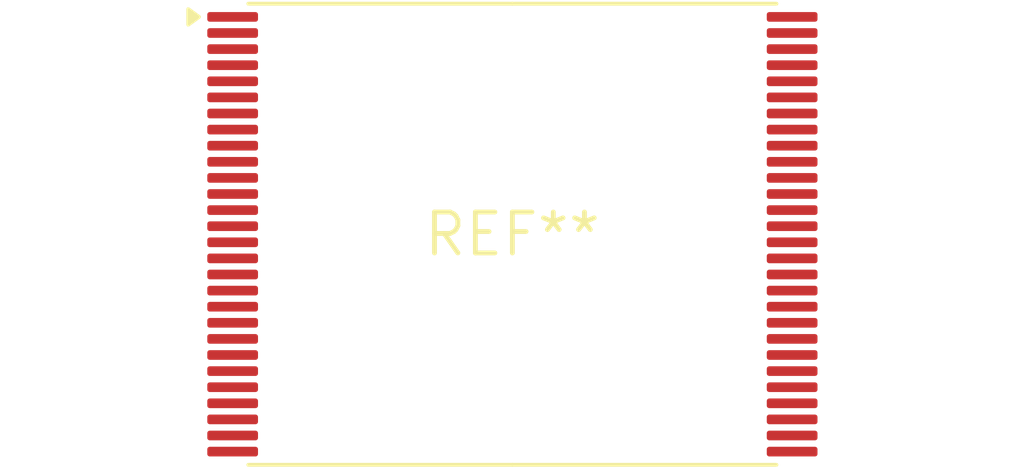
<source format=kicad_pcb>
(kicad_pcb (version 20240108) (generator pcbnew)
  (layers (0 "F.Cu" signal) (31 "B.Cu" signal) (34 "B.Paste" user) (35 "F.Paste" user) (36 "B.SilkS" user "B.Silkscreen") (37 "F.SilkS" user "F.Silkscreen") (38 "B.Mask" user) (39 "F.Mask" user) (44 "Edge.Cuts" user))
  (net 0 "")
  (footprint "TSOP-I-56_16.4x14mm_P0.5mm" (layer "F.Cu") (at 0 0)
    (property "Reference" "REF**")
    (property "Value" "TSOP-I-56_16.4x14mm_P0.5mm")
    (fp_line (start 0 -7.16) (end -8.2 -7.16) (layer "F.SilkS") (stroke (width 0.12)))
    (fp_line (start 0 -7.16) (end 8.2 -7.16) (layer "F.SilkS") (stroke (width 0.12)))
    (fp_line (start 0 7.16) (end -8.2 7.16) (layer "F.SilkS") (stroke (width 0.12)))
    (fp_line (start 0 7.16) (end 8.2 7.16) (layer "F.SilkS") (stroke (width 0.12)))
    (fp_poly (pts (xy -9.735 -6.75) (xy -10.065 -6.99) (xy -10.065 -6.51) (xy -9.735 -6.75)) (layer "F.SilkS") (stroke (width 0.12)) (fill solid))
    (pad "1" smd roundrect (at -8.6875 -6.75) (size 1.575 0.3) (layers "F.Cu" "F.Paste" "F.Mask"))
    (pad "2" smd roundrect (at -8.6875 -6.25) (size 1.575 0.3) (layers "F.Cu" "F.Paste" "F.Mask"))
    (pad "3" smd roundrect (at -8.6875 -5.75) (size 1.575 0.3) (layers "F.Cu" "F.Paste" "F.Mask"))
    (pad "4" smd roundrect (at -8.6875 -5.25) (size 1.575 0.3) (layers "F.Cu" "F.Paste" "F.Mask"))
    (pad "5" smd roundrect (at -8.6875 -4.75) (size 1.575 0.3) (layers "F.Cu" "F.Paste" "F.Mask"))
    (pad "6" smd roundrect (at -8.6875 -4.25) (size 1.575 0.3) (layers "F.Cu" "F.Paste" "F.Mask"))
    (pad "7" smd roundrect (at -8.6875 -3.75) (size 1.575 0.3) (layers "F.Cu" "F.Paste" "F.Mask"))
    (pad "8" smd roundrect (at -8.6875 -3.25) (size 1.575 0.3) (layers "F.Cu" "F.Paste" "F.Mask"))
    (pad "9" smd roundrect (at -8.6875 -2.75) (size 1.575 0.3) (layers "F.Cu" "F.Paste" "F.Mask"))
    (pad "10" smd roundrect (at -8.6875 -2.25) (size 1.575 0.3) (layers "F.Cu" "F.Paste" "F.Mask"))
    (pad "11" smd roundrect (at -8.6875 -1.75) (size 1.575 0.3) (layers "F.Cu" "F.Paste" "F.Mask"))
    (pad "12" smd roundrect (at -8.6875 -1.25) (size 1.575 0.3) (layers "F.Cu" "F.Paste" "F.Mask"))
    (pad "13" smd roundrect (at -8.6875 -0.75) (size 1.575 0.3) (layers "F.Cu" "F.Paste" "F.Mask"))
    (pad "14" smd roundrect (at -8.6875 -0.25) (size 1.575 0.3) (layers "F.Cu" "F.Paste" "F.Mask"))
    (pad "15" smd roundrect (at -8.6875 0.25) (size 1.575 0.3) (layers "F.Cu" "F.Paste" "F.Mask"))
    (pad "16" smd roundrect (at -8.6875 0.75) (size 1.575 0.3) (layers "F.Cu" "F.Paste" "F.Mask"))
    (pad "17" smd roundrect (at -8.6875 1.25) (size 1.575 0.3) (layers "F.Cu" "F.Paste" "F.Mask"))
    (pad "18" smd roundrect (at -8.6875 1.75) (size 1.575 0.3) (layers "F.Cu" "F.Paste" "F.Mask"))
    (pad "19" smd roundrect (at -8.6875 2.25) (size 1.575 0.3) (layers "F.Cu" "F.Paste" "F.Mask"))
    (pad "20" smd roundrect (at -8.6875 2.75) (size 1.575 0.3) (layers "F.Cu" "F.Paste" "F.Mask"))
    (pad "21" smd roundrect (at -8.6875 3.25) (size 1.575 0.3) (layers "F.Cu" "F.Paste" "F.Mask"))
    (pad "22" smd roundrect (at -8.6875 3.75) (size 1.575 0.3) (layers "F.Cu" "F.Paste" "F.Mask"))
    (pad "23" smd roundrect (at -8.6875 4.25) (size 1.575 0.3) (layers "F.Cu" "F.Paste" "F.Mask"))
    (pad "24" smd roundrect (at -8.6875 4.75) (size 1.575 0.3) (layers "F.Cu" "F.Paste" "F.Mask"))
    (pad "25" smd roundrect (at -8.6875 5.25) (size 1.575 0.3) (layers "F.Cu" "F.Paste" "F.Mask"))
    (pad "26" smd roundrect (at -8.6875 5.75) (size 1.575 0.3) (layers "F.Cu" "F.Paste" "F.Mask"))
    (pad "27" smd roundrect (at -8.6875 6.25) (size 1.575 0.3) (layers "F.Cu" "F.Paste" "F.Mask"))
    (pad "28" smd roundrect (at -8.6875 6.75) (size 1.575 0.3) (layers "F.Cu" "F.Paste" "F.Mask"))
    (pad "29" smd roundrect (at 8.6875 6.75) (size 1.575 0.3) (layers "F.Cu" "F.Paste" "F.Mask"))
    (pad "30" smd roundrect (at 8.6875 6.25) (size 1.575 0.3) (layers "F.Cu" "F.Paste" "F.Mask"))
    (pad "31" smd roundrect (at 8.6875 5.75) (size 1.575 0.3) (layers "F.Cu" "F.Paste" "F.Mask"))
    (pad "32" smd roundrect (at 8.6875 5.25) (size 1.575 0.3) (layers "F.Cu" "F.Paste" "F.Mask"))
    (pad "33" smd roundrect (at 8.6875 4.75) (size 1.575 0.3) (layers "F.Cu" "F.Paste" "F.Mask"))
    (pad "34" smd roundrect (at 8.6875 4.25) (size 1.575 0.3) (layers "F.Cu" "F.Paste" "F.Mask"))
    (pad "35" smd roundrect (at 8.6875 3.75) (size 1.575 0.3) (layers "F.Cu" "F.Paste" "F.Mask"))
    (pad "36" smd roundrect (at 8.6875 3.25) (size 1.575 0.3) (layers "F.Cu" "F.Paste" "F.Mask"))
    (pad "37" smd roundrect (at 8.6875 2.75) (size 1.575 0.3) (layers "F.Cu" "F.Paste" "F.Mask"))
    (pad "38" smd roundrect (at 8.6875 2.25) (size 1.575 0.3) (layers "F.Cu" "F.Paste" "F.Mask"))
    (pad "39" smd roundrect (at 8.6875 1.75) (size 1.575 0.3) (layers "F.Cu" "F.Paste" "F.Mask"))
    (pad "40" smd roundrect (at 8.6875 1.25) (size 1.575 0.3) (layers "F.Cu" "F.Paste" "F.Mask"))
    (pad "41" smd roundrect (at 8.6875 0.75) (size 1.575 0.3) (layers "F.Cu" "F.Paste" "F.Mask"))
    (pad "42" smd roundrect (at 8.6875 0.25) (size 1.575 0.3) (layers "F.Cu" "F.Paste" "F.Mask"))
    (pad "43" smd roundrect (at 8.6875 -0.25) (size 1.575 0.3) (layers "F.Cu" "F.Paste" "F.Mask"))
    (pad "44" smd roundrect (at 8.6875 -0.75) (size 1.575 0.3) (layers "F.Cu" "F.Paste" "F.Mask"))
    (pad "45" smd roundrect (at 8.6875 -1.25) (size 1.575 0.3) (layers "F.Cu" "F.Paste" "F.Mask"))
    (pad "46" smd roundrect (at 8.6875 -1.75) (size 1.575 0.3) (layers "F.Cu" "F.Paste" "F.Mask"))
    (pad "47" smd roundrect (at 8.6875 -2.25) (size 1.575 0.3) (layers "F.Cu" "F.Paste" "F.Mask"))
    (pad "48" smd roundrect (at 8.6875 -2.75) (size 1.575 0.3) (layers "F.Cu" "F.Paste" "F.Mask"))
    (pad "49" smd roundrect (at 8.6875 -3.25) (size 1.575 0.3) (layers "F.Cu" "F.Paste" "F.Mask"))
    (pad "50" smd roundrect (at 8.6875 -3.75) (size 1.575 0.3) (layers "F.Cu" "F.Paste" "F.Mask"))
    (pad "51" smd roundrect (at 8.6875 -4.25) (size 1.575 0.3) (layers "F.Cu" "F.Paste" "F.Mask"))
    (pad "52" smd roundrect (at 8.6875 -4.75) (size 1.575 0.3) (layers "F.Cu" "F.Paste" "F.Mask"))
    (pad "53" smd roundrect (at 8.6875 -5.25) (size 1.575 0.3) (layers "F.Cu" "F.Paste" "F.Mask"))
    (pad "54" smd roundrect (at 8.6875 -5.75) (size 1.575 0.3) (layers "F.Cu" "F.Paste" "F.Mask"))
    (pad "55" smd roundrect (at 8.6875 -6.25) (size 1.575 0.3) (layers "F.Cu" "F.Paste" "F.Mask"))
    (pad "56" smd roundrect (at 8.6875 -6.75) (size 1.575 0.3) (layers "F.Cu" "F.Paste" "F.Mask"))
  )
)
</source>
